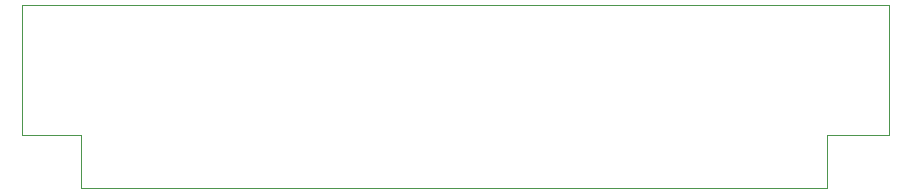
<source format=gm1>
G04 #@! TF.GenerationSoftware,KiCad,Pcbnew,(5.1.10)-1*
G04 #@! TF.CreationDate,2021-09-25T20:55:18-07:00*
G04 #@! TF.ProjectId,Atari130MX-adapter,41746172-6931-4333-904d-582d61646170,rev?*
G04 #@! TF.SameCoordinates,Original*
G04 #@! TF.FileFunction,Profile,NP*
%FSLAX46Y46*%
G04 Gerber Fmt 4.6, Leading zero omitted, Abs format (unit mm)*
G04 Created by KiCad (PCBNEW (5.1.10)-1) date 2021-09-25 20:55:18*
%MOMM*%
%LPD*%
G01*
G04 APERTURE LIST*
G04 #@! TA.AperFunction,Profile*
%ADD10C,0.050000*%
G04 #@! TD*
G04 #@! TA.AperFunction,Profile*
%ADD11C,0.120000*%
G04 #@! TD*
G04 APERTURE END LIST*
D10*
X23060000Y-36068000D02*
X18034000Y-36068000D01*
X86160000Y-36068000D02*
X91440000Y-36068000D01*
X91440000Y-25019000D02*
X91440000Y-36068000D01*
X18034000Y-25019000D02*
X91440000Y-25019000D01*
X18034000Y-36068000D02*
X18034000Y-25019000D01*
D11*
X23060000Y-40513000D02*
X23060000Y-36068000D01*
X86160000Y-40513000D02*
X86160000Y-36068000D01*
X23060000Y-40513000D02*
X86160000Y-40513000D01*
M02*

</source>
